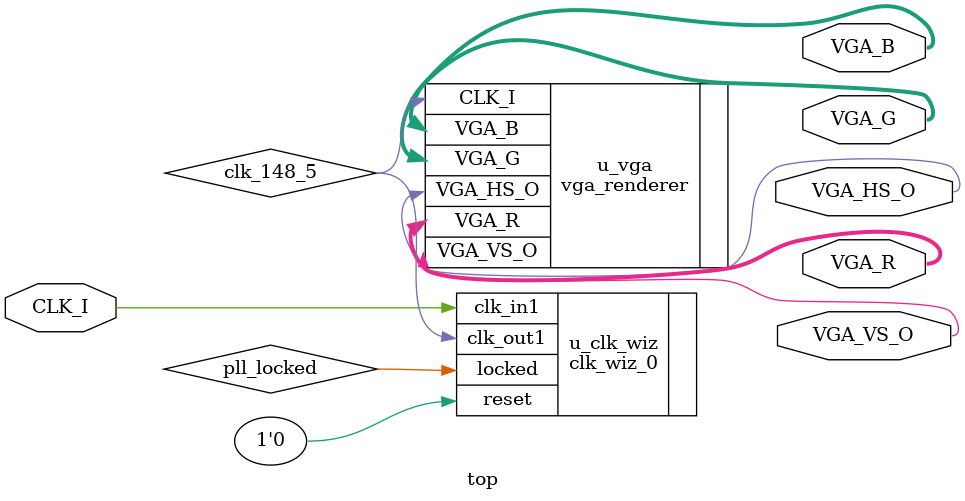
<source format=v>
`timescale 1ns / 1ps

module top(
    input  wire CLK_I,       // board input clock (125 MHz)
    output wire VGA_HS_O,
    output wire VGA_VS_O,
    output wire [3:0] VGA_R,
    output wire [3:0] VGA_G,
    output wire [3:0] VGA_B
);

wire clk_148_5;   // Clock from Clock Wizard
wire pll_locked;

// Optional synchronous reset using PLL lock
wire reset_sync = ~pll_locked;

// Instantiate Clock Wizard
clk_wiz_0 u_clk_wiz (
    .clk_in1(CLK_I),
    .clk_out1(clk_148_5),
    .reset(1'b0),
    .locked(pll_locked)
);

// Instantiate VGA renderer
vga_renderer u_vga (
    .CLK_I(clk_148_5),       // connect Clock Wizard output
    .VGA_HS_O(VGA_HS_O),
    .VGA_VS_O(VGA_VS_O),
    .VGA_R(VGA_R),
    .VGA_G(VGA_G),
    .VGA_B(VGA_B)
);

endmodule

</source>
